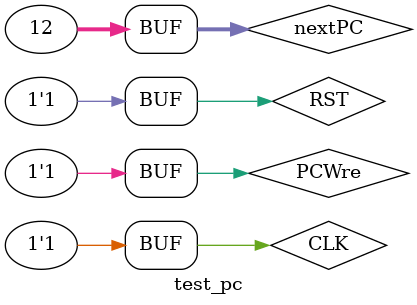
<source format=v>
`timescale 1ns / 1ps


module test_pc;

	// Inputs
	reg CLK;
	reg RST;
	reg PCWre;
	reg [31:0] nextPC;

	// Outputs
	wire [31:0] curPC;

	// Instantiate the Unit Under Test (UUT)
	pc uut (
		.CLK(CLK), 
		.RST(RST), 
		.PCWre(PCWre), 
		.nextPC(nextPC), 
		.curPC(curPC)
	);

	initial begin
		// Initialize Inputs
		CLK = 0;
		RST = 0;
		PCWre = 1;
		nextPC = 0;

		// Wait 100 ns for global reset to finish
		
		#100;
		RST = 1;
		nextPC = 32'd4;
		CLK = 0;
		#100;
		nextPC = 32'd4;
		CLK = 1;
		#100;
		nextPC = 32'd8;
		CLK = 0;
		#100;
		nextPC = 32'd8;
		CLK = 1;
		#100;
		nextPC = 32'd12;
		CLK = 0;
		#100;
		nextPC = 32'd12;
		CLK = 1;
        
		// Add stimulus here

	end
      
endmodule


</source>
